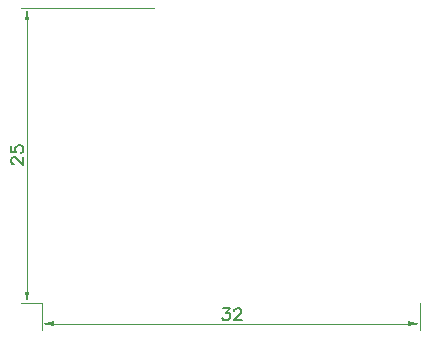
<source format=gbr>
G04 DipTrace 3.3.1.3*
G04 TopDimension.gbr*
%MOMM*%
G04 #@! TF.FileFunction,Drawing,Top*
G04 #@! TF.Part,Single*
%ADD13C,0.035*%
%ADD66C,0.15686*%
%FSLAX35Y35*%
G04*
G71*
G90*
G75*
G01*
G04 TopDimension*
%LPD*%
X1950000Y3500000D2*
D13*
X821000D1*
X1000000Y1000000D2*
X821000D1*
X871000Y2250000D2*
Y3400000D1*
G36*
Y3500000D2*
X891000Y3400000D1*
X851000D1*
X871000Y3500000D1*
G37*
Y2250000D2*
D13*
Y1100000D1*
G36*
Y1000000D2*
X851000Y1100000D1*
X891000D1*
X871000Y1000000D1*
G37*
X1000000D2*
D13*
Y777000D1*
X4200000Y1000000D2*
Y777000D1*
X2600000Y827000D2*
X1100000D1*
G36*
X1000000D2*
X1100000Y847000D1*
Y807000D1*
X1000000Y827000D1*
G37*
X2600000D2*
D13*
X4100000D1*
G36*
X4200000D2*
X4100000Y807000D1*
Y847000D1*
X4200000Y827000D1*
G37*
X762268Y2179040D2*
D66*
X757439D1*
X747668Y2183869D1*
X742839Y2188698D1*
X738009Y2198469D1*
Y2217898D1*
X742839Y2227557D1*
X747668Y2232386D1*
X757439Y2237328D1*
X767097D1*
X776868Y2232386D1*
X791355Y2222728D1*
X839985Y2174098D1*
Y2242157D1*
X738009Y2331817D2*
Y2283300D1*
X781697Y2278471D1*
X776868Y2283300D1*
X771926Y2297900D1*
Y2312388D1*
X776868Y2326988D1*
X786526Y2336759D1*
X801126Y2341588D1*
X810785D1*
X825385Y2336759D1*
X835155Y2326988D1*
X839985Y2312388D1*
Y2297900D1*
X835155Y2283300D1*
X830214Y2278471D1*
X820555Y2273529D1*
X2533869Y959991D2*
X2587215D1*
X2558128Y921132D1*
X2572728D1*
X2582386Y916303D1*
X2587215Y911474D1*
X2592157Y896874D1*
Y887215D1*
X2587215Y872615D1*
X2577557Y862845D1*
X2562957Y858015D1*
X2548357D1*
X2533869Y862845D1*
X2529040Y867786D1*
X2524098Y877445D1*
X2628471Y935732D2*
Y940561D1*
X2633300Y950332D1*
X2638129Y955161D1*
X2647900Y959991D1*
X2667329D1*
X2676988Y955161D1*
X2681817Y950332D1*
X2686759Y940561D1*
Y930903D1*
X2681817Y921132D1*
X2672159Y906645D1*
X2623529Y858015D1*
X2691588D1*
M02*

</source>
